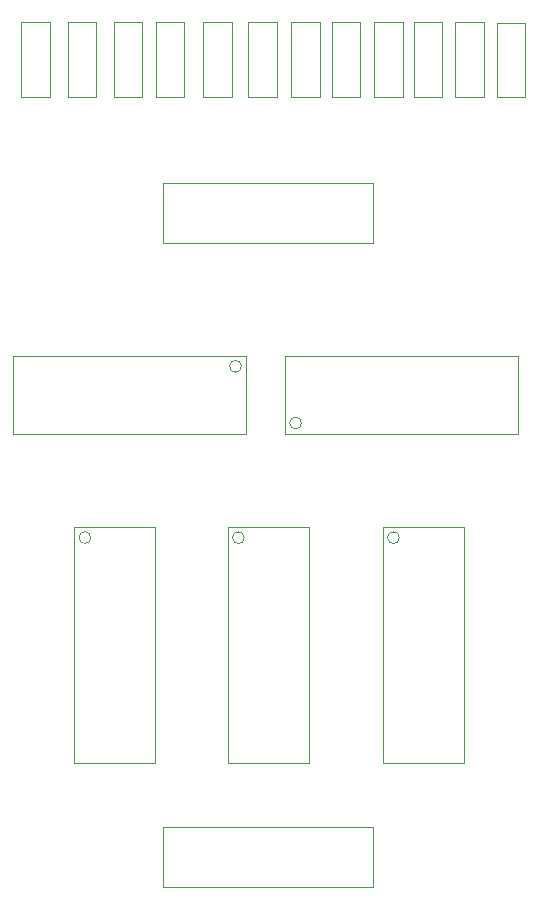
<source format=gbr>
%TF.GenerationSoftware,Altium Limited,Altium Designer,22.9.1 (49)*%
G04 Layer_Color=16711935*
%FSLAX45Y45*%
%MOMM*%
%TF.SameCoordinates,4BB515F2-1930-42CC-84AD-66DDC1B42358*%
%TF.FilePolarity,Positive*%
%TF.FileFunction,Other,Mechanical_13*%
%TF.Part,Single*%
G01*
G75*
%TA.AperFunction,NonConductor*%
%ADD35C,0.10000*%
D35*
X5467785Y8396000D02*
G03*
X5467785Y8396000I-50000J0D01*
G01*
X4958200Y8876000D02*
G03*
X4958200Y8876000I-50000J0D01*
G01*
X6295438Y7425100D02*
G03*
X6295438Y7425100I-50000J0D01*
G01*
X4982788D02*
G03*
X4982788Y7425100I-50000J0D01*
G01*
X3683700D02*
G03*
X3683700Y7425100I-50000J0D01*
G01*
X5327782Y8305998D02*
X7297786D01*
X5327782Y8966002D02*
X7297786D01*
X5327782Y8305998D02*
Y8966002D01*
X7297786Y8305998D02*
Y8966002D01*
X3028198D02*
X4998202D01*
X3028198Y8305998D02*
X4998202D01*
Y8966002D01*
X3028198Y8305998D02*
Y8966002D01*
X6155441Y5515102D02*
Y7515098D01*
X6840438Y5515102D02*
Y7515098D01*
X6155441D02*
X6840438D01*
X6155441Y5515102D02*
X6840438D01*
X4842789D02*
Y7515098D01*
X5527787Y5515102D02*
Y7515098D01*
X4842789D02*
X5527787D01*
X4842789Y5515102D02*
X5527787D01*
X3543701D02*
Y7515098D01*
X4228699Y5515102D02*
Y7515098D01*
X3543701D02*
X4228699D01*
X3543701Y5515102D02*
X4228699D01*
X7122450Y11782923D02*
X7362449D01*
Y11152922D02*
Y11782923D01*
X7122450Y11152922D02*
Y11782923D01*
Y11152922D02*
X7362449D01*
X3093705Y11788602D02*
X3333704D01*
Y11158601D02*
Y11788602D01*
X3093705Y11158601D02*
Y11788602D01*
Y11158601D02*
X3333704D01*
X6768800Y11788602D02*
X7008800D01*
Y11158601D02*
Y11788602D01*
X6768800Y11158601D02*
Y11788602D01*
Y11158601D02*
X7008800D01*
X3488294Y11788602D02*
X3728293D01*
Y11158601D02*
Y11788602D01*
X3488294Y11158601D02*
Y11788602D01*
Y11158601D02*
X3728293D01*
X6418661Y11788602D02*
X6658661D01*
Y11158601D02*
Y11788602D01*
X6418661Y11158601D02*
Y11788602D01*
Y11158601D02*
X6658661D01*
X3876192Y11788602D02*
X4116192D01*
Y11158601D02*
Y11788602D01*
X3876192Y11158601D02*
Y11788602D01*
Y11158601D02*
X4116192D01*
X6083432Y11788602D02*
X6323432D01*
Y11158601D02*
Y11788602D01*
X6083432Y11158601D02*
Y11788602D01*
Y11158601D02*
X6323432D01*
X4233789Y11788602D02*
X4473788D01*
Y11158601D02*
Y11788602D01*
X4233789Y11158601D02*
Y11788602D01*
Y11158601D02*
X4473788D01*
X5724860Y11788602D02*
X5964860D01*
Y11158601D02*
Y11788602D01*
X5724860Y11158601D02*
Y11788602D01*
Y11158601D02*
X5964860D01*
X4636882Y11788602D02*
X4876881D01*
Y11158601D02*
Y11788602D01*
X4636882Y11158601D02*
Y11788602D01*
Y11158601D02*
X4876881D01*
X5382311Y11788602D02*
X5622310D01*
Y11158601D02*
Y11788602D01*
X5382311Y11158601D02*
Y11788602D01*
Y11158601D02*
X5622310D01*
X5017389Y11788602D02*
X5257389D01*
Y11158601D02*
Y11788602D01*
X5017389Y11158601D02*
Y11788602D01*
Y11158601D02*
X5257389D01*
X4296288Y4976993D02*
X6074288D01*
Y4468993D02*
Y4976993D01*
X4296288Y4468993D02*
X6074288D01*
X4296288D02*
Y4976993D01*
X4294856Y10423708D02*
X6072856D01*
Y9915708D02*
Y10423708D01*
X4294856Y9915708D02*
X6072856D01*
X4294856D02*
Y10423708D01*
%TF.MD5,9a3d58a07e76ab230ea4e03c810a4e33*%
M02*

</source>
